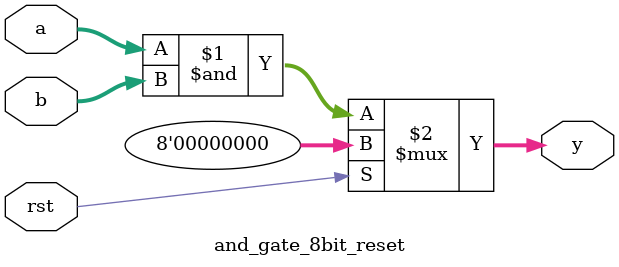
<source format=sv>
module and_gate_8bit_reset (
    input wire [7:0] a,    // 8-bit input A
    input wire [7:0] b,    // 8-bit input B
    input wire rst,        // Reset signal
    output wire [7:0] y    // 8-bit output Y
);
    assign y = (rst) ? 8'b00000000 : (a & b);  // AND operation with reset
endmodule

</source>
